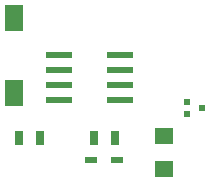
<source format=gtp>
G75*
G70*
%OFA0B0*%
%FSLAX24Y24*%
%IPPOS*%
%LPD*%
%AMOC8*
5,1,8,0,0,1.08239X$1,22.5*
%
%ADD10R,0.0866X0.0236*%
%ADD11R,0.0315X0.0472*%
%ADD12R,0.0394X0.0236*%
%ADD13R,0.0630X0.0551*%
%ADD14R,0.0630X0.0906*%
%ADD15R,0.0236X0.0197*%
D10*
X003562Y004434D03*
X003562Y004934D03*
X003562Y005434D03*
X003562Y005934D03*
X005609Y005934D03*
X005609Y005434D03*
X005609Y004934D03*
X005609Y004434D03*
D11*
X002231Y003184D03*
X002940Y003184D03*
X004731Y003184D03*
X005440Y003184D03*
D12*
X005519Y002434D03*
X004652Y002434D03*
D13*
X007086Y002133D03*
X007086Y003235D03*
D14*
X002086Y004694D03*
X002086Y007174D03*
D15*
X007830Y004381D03*
X007830Y003987D03*
X008341Y004184D03*
M02*

</source>
